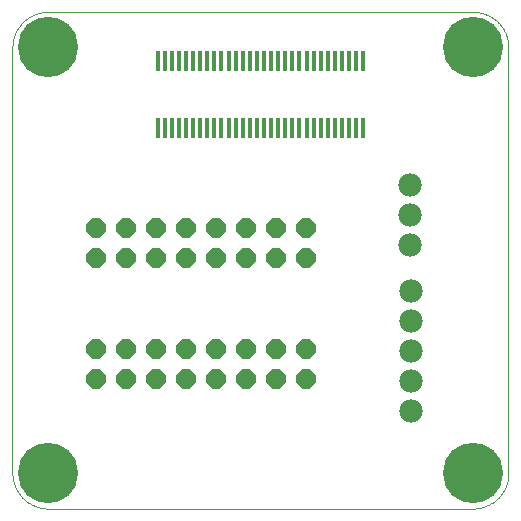
<source format=gbs>
G75*
%MOIN*%
%OFA0B0*%
%FSLAX25Y25*%
%IPPOS*%
%LPD*%
%AMOC8*
5,1,8,0,0,1.08239X$1,22.5*
%
%ADD10C,0.00000*%
%ADD11R,0.01778X0.07093*%
%ADD12OC8,0.06400*%
%ADD13C,0.07800*%
%ADD14C,0.20085*%
D10*
X0012831Y0001000D02*
X0154563Y0001000D01*
X0154563Y0000999D02*
X0154851Y0001005D01*
X0155139Y0001018D01*
X0155426Y0001038D01*
X0155712Y0001065D01*
X0155998Y0001098D01*
X0156283Y0001139D01*
X0156567Y0001186D01*
X0156850Y0001240D01*
X0157131Y0001301D01*
X0157411Y0001369D01*
X0157689Y0001444D01*
X0157965Y0001525D01*
X0158239Y0001613D01*
X0158511Y0001707D01*
X0158780Y0001808D01*
X0159047Y0001916D01*
X0159312Y0002030D01*
X0159573Y0002150D01*
X0159831Y0002277D01*
X0160087Y0002409D01*
X0160339Y0002548D01*
X0160588Y0002693D01*
X0160833Y0002844D01*
X0161074Y0003001D01*
X0161311Y0003164D01*
X0161545Y0003332D01*
X0161774Y0003506D01*
X0161999Y0003685D01*
X0162220Y0003870D01*
X0162436Y0004060D01*
X0162648Y0004255D01*
X0162854Y0004455D01*
X0163056Y0004660D01*
X0163253Y0004870D01*
X0163445Y0005085D01*
X0163631Y0005304D01*
X0163812Y0005528D01*
X0163988Y0005756D01*
X0164158Y0005988D01*
X0164322Y0006225D01*
X0164481Y0006465D01*
X0164634Y0006709D01*
X0164781Y0006956D01*
X0164921Y0007207D01*
X0165056Y0007461D01*
X0165185Y0007719D01*
X0165307Y0007980D01*
X0165423Y0008243D01*
X0165532Y0008509D01*
X0165636Y0008778D01*
X0165732Y0009049D01*
X0165822Y0009322D01*
X0165905Y0009598D01*
X0165982Y0009875D01*
X0166052Y0010154D01*
X0166115Y0010435D01*
X0166172Y0010717D01*
X0166221Y0011001D01*
X0166264Y0011286D01*
X0166300Y0011571D01*
X0166328Y0011858D01*
X0166350Y0012144D01*
X0166365Y0012432D01*
X0166373Y0012720D01*
X0166375Y0013007D01*
X0166374Y0013008D02*
X0166374Y0154740D01*
X0166371Y0155025D01*
X0166360Y0155311D01*
X0166343Y0155596D01*
X0166319Y0155880D01*
X0166288Y0156164D01*
X0166250Y0156447D01*
X0166205Y0156728D01*
X0166154Y0157009D01*
X0166096Y0157289D01*
X0166031Y0157567D01*
X0165959Y0157843D01*
X0165881Y0158117D01*
X0165796Y0158390D01*
X0165704Y0158660D01*
X0165606Y0158928D01*
X0165502Y0159194D01*
X0165391Y0159457D01*
X0165274Y0159717D01*
X0165151Y0159975D01*
X0165021Y0160229D01*
X0164885Y0160480D01*
X0164744Y0160728D01*
X0164596Y0160972D01*
X0164443Y0161213D01*
X0164283Y0161449D01*
X0164118Y0161682D01*
X0163948Y0161911D01*
X0163772Y0162136D01*
X0163590Y0162356D01*
X0163404Y0162572D01*
X0163212Y0162783D01*
X0163015Y0162990D01*
X0162813Y0163192D01*
X0162606Y0163389D01*
X0162395Y0163581D01*
X0162179Y0163767D01*
X0161959Y0163949D01*
X0161734Y0164125D01*
X0161505Y0164295D01*
X0161272Y0164460D01*
X0161036Y0164620D01*
X0160795Y0164773D01*
X0160551Y0164921D01*
X0160303Y0165062D01*
X0160052Y0165198D01*
X0159798Y0165328D01*
X0159540Y0165451D01*
X0159280Y0165568D01*
X0159017Y0165679D01*
X0158751Y0165783D01*
X0158483Y0165881D01*
X0158213Y0165973D01*
X0157940Y0166058D01*
X0157666Y0166136D01*
X0157390Y0166208D01*
X0157112Y0166273D01*
X0156832Y0166331D01*
X0156551Y0166382D01*
X0156270Y0166427D01*
X0155987Y0166465D01*
X0155703Y0166496D01*
X0155419Y0166520D01*
X0155134Y0166537D01*
X0154848Y0166548D01*
X0154563Y0166551D01*
X0012831Y0166551D01*
X0012546Y0166548D01*
X0012260Y0166537D01*
X0011975Y0166520D01*
X0011691Y0166496D01*
X0011407Y0166465D01*
X0011124Y0166427D01*
X0010843Y0166382D01*
X0010562Y0166331D01*
X0010282Y0166273D01*
X0010004Y0166208D01*
X0009728Y0166136D01*
X0009454Y0166058D01*
X0009181Y0165973D01*
X0008911Y0165881D01*
X0008643Y0165783D01*
X0008377Y0165679D01*
X0008114Y0165568D01*
X0007854Y0165451D01*
X0007596Y0165328D01*
X0007342Y0165198D01*
X0007091Y0165062D01*
X0006843Y0164921D01*
X0006599Y0164773D01*
X0006358Y0164620D01*
X0006122Y0164460D01*
X0005889Y0164295D01*
X0005660Y0164125D01*
X0005435Y0163949D01*
X0005215Y0163767D01*
X0004999Y0163581D01*
X0004788Y0163389D01*
X0004581Y0163192D01*
X0004379Y0162990D01*
X0004182Y0162783D01*
X0003990Y0162572D01*
X0003804Y0162356D01*
X0003622Y0162136D01*
X0003446Y0161911D01*
X0003276Y0161682D01*
X0003111Y0161449D01*
X0002951Y0161213D01*
X0002798Y0160972D01*
X0002650Y0160728D01*
X0002509Y0160480D01*
X0002373Y0160229D01*
X0002243Y0159975D01*
X0002120Y0159717D01*
X0002003Y0159457D01*
X0001892Y0159194D01*
X0001788Y0158928D01*
X0001690Y0158660D01*
X0001598Y0158390D01*
X0001513Y0158117D01*
X0001435Y0157843D01*
X0001363Y0157567D01*
X0001298Y0157289D01*
X0001240Y0157009D01*
X0001189Y0156728D01*
X0001144Y0156447D01*
X0001106Y0156164D01*
X0001075Y0155880D01*
X0001051Y0155596D01*
X0001034Y0155311D01*
X0001023Y0155025D01*
X0001020Y0154740D01*
X0001020Y0013008D01*
X0001019Y0013007D02*
X0001021Y0012720D01*
X0001029Y0012432D01*
X0001044Y0012144D01*
X0001066Y0011858D01*
X0001094Y0011571D01*
X0001130Y0011286D01*
X0001173Y0011001D01*
X0001222Y0010717D01*
X0001279Y0010435D01*
X0001342Y0010154D01*
X0001412Y0009875D01*
X0001489Y0009598D01*
X0001572Y0009322D01*
X0001662Y0009049D01*
X0001758Y0008778D01*
X0001862Y0008509D01*
X0001971Y0008243D01*
X0002087Y0007980D01*
X0002209Y0007719D01*
X0002338Y0007461D01*
X0002473Y0007207D01*
X0002613Y0006956D01*
X0002760Y0006709D01*
X0002913Y0006465D01*
X0003072Y0006225D01*
X0003236Y0005988D01*
X0003406Y0005756D01*
X0003582Y0005528D01*
X0003763Y0005304D01*
X0003949Y0005085D01*
X0004141Y0004870D01*
X0004338Y0004660D01*
X0004540Y0004455D01*
X0004746Y0004255D01*
X0004958Y0004060D01*
X0005174Y0003870D01*
X0005395Y0003685D01*
X0005620Y0003506D01*
X0005849Y0003332D01*
X0006083Y0003164D01*
X0006320Y0003001D01*
X0006561Y0002844D01*
X0006806Y0002693D01*
X0007055Y0002548D01*
X0007307Y0002409D01*
X0007563Y0002277D01*
X0007821Y0002150D01*
X0008082Y0002030D01*
X0008347Y0001916D01*
X0008614Y0001808D01*
X0008883Y0001707D01*
X0009155Y0001613D01*
X0009429Y0001525D01*
X0009705Y0001444D01*
X0009983Y0001369D01*
X0010263Y0001301D01*
X0010544Y0001240D01*
X0010827Y0001186D01*
X0011111Y0001139D01*
X0011396Y0001098D01*
X0011682Y0001065D01*
X0011968Y0001038D01*
X0012255Y0001018D01*
X0012543Y0001005D01*
X0012831Y0000999D01*
D11*
X0049445Y0127772D03*
X0051807Y0127772D03*
X0054169Y0127772D03*
X0056531Y0127772D03*
X0058894Y0127772D03*
X0061256Y0127772D03*
X0063618Y0127772D03*
X0065980Y0127772D03*
X0068343Y0127772D03*
X0070705Y0127772D03*
X0073067Y0127772D03*
X0075429Y0127772D03*
X0077791Y0127772D03*
X0080154Y0127772D03*
X0082516Y0127772D03*
X0084878Y0127772D03*
X0087240Y0127772D03*
X0089602Y0127772D03*
X0091965Y0127772D03*
X0094327Y0127772D03*
X0096689Y0127772D03*
X0099051Y0127772D03*
X0101413Y0127772D03*
X0103776Y0127772D03*
X0106138Y0127772D03*
X0108500Y0127772D03*
X0110862Y0127772D03*
X0113224Y0127772D03*
X0115587Y0127772D03*
X0117949Y0127772D03*
X0117949Y0150213D03*
X0115587Y0150213D03*
X0113224Y0150213D03*
X0110862Y0150213D03*
X0108500Y0150213D03*
X0106138Y0150213D03*
X0103776Y0150213D03*
X0101413Y0150213D03*
X0099051Y0150213D03*
X0096689Y0150213D03*
X0094327Y0150213D03*
X0091965Y0150213D03*
X0089602Y0150213D03*
X0087240Y0150213D03*
X0084878Y0150213D03*
X0082516Y0150213D03*
X0080154Y0150213D03*
X0077791Y0150213D03*
X0075429Y0150213D03*
X0073067Y0150213D03*
X0070705Y0150213D03*
X0068343Y0150213D03*
X0065980Y0150213D03*
X0063618Y0150213D03*
X0061256Y0150213D03*
X0058894Y0150213D03*
X0056531Y0150213D03*
X0054169Y0150213D03*
X0051807Y0150213D03*
X0049445Y0150213D03*
D12*
X0049012Y0094386D03*
X0049012Y0084386D03*
X0059012Y0084386D03*
X0059012Y0094386D03*
X0069012Y0094386D03*
X0069012Y0084386D03*
X0079012Y0084386D03*
X0079012Y0094386D03*
X0089012Y0094386D03*
X0089012Y0084386D03*
X0099012Y0084386D03*
X0099012Y0094386D03*
X0099012Y0054031D03*
X0099012Y0044031D03*
X0089012Y0044031D03*
X0079012Y0044031D03*
X0069012Y0044031D03*
X0059012Y0044031D03*
X0049012Y0044031D03*
X0039012Y0044031D03*
X0029012Y0044031D03*
X0029012Y0054031D03*
X0039012Y0054031D03*
X0049012Y0054031D03*
X0059012Y0054031D03*
X0069012Y0054031D03*
X0079012Y0054031D03*
X0089012Y0054031D03*
X0039012Y0084386D03*
X0039012Y0094386D03*
X0029012Y0094386D03*
X0029012Y0084386D03*
D13*
X0133697Y0088795D03*
X0133697Y0098795D03*
X0133697Y0108795D03*
X0133894Y0073677D03*
X0133894Y0063677D03*
X0133894Y0053677D03*
X0133894Y0043677D03*
X0133894Y0033677D03*
D14*
X0154563Y0013008D03*
X0154563Y0154740D03*
X0012831Y0154740D03*
X0012831Y0013008D03*
M02*

</source>
